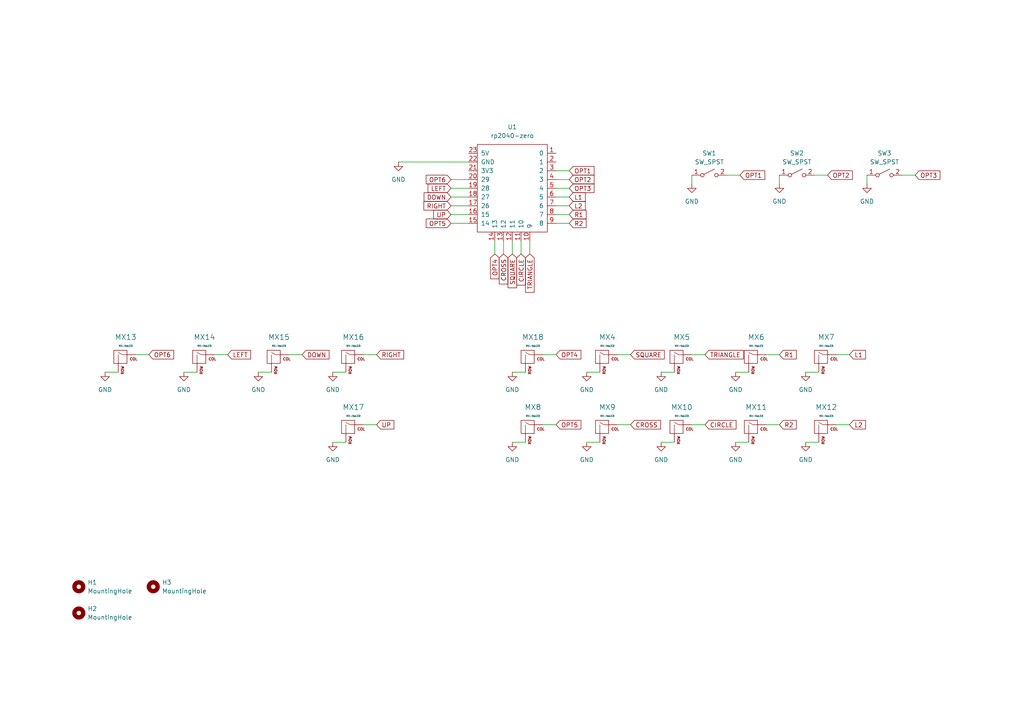
<source format=kicad_sch>
(kicad_sch (version 20230121) (generator eeschema)
  (paper "A4")
  (lib_symbols
    (symbol "MX_Alps_Hybrid:MX-NoLED" (pin_names (offset 1.016))
      (property "Reference" "MX" (at -0.635 3.81 0))
      (property "Value" "MX-NoLED" (at -0.635 1.27 0))
      (symbol "MX-NoLED_0_0"
        (rectangle (start -2.54 2.54) (end 1.27 -1.27))
        (polyline (pts (xy -1.27 -1.27) (xy -1.27 1.27)) (stroke (width 0.127)))
        (polyline (pts (xy 1.27 1.27) (xy 0 1.27) (xy -1.27 1.905)) (stroke (width 0.127)))
        (text "COL" (at 3.175 0 0) (effects (font (size 0.762 0.762))))
        (text "ROW" (at 0 -1.905 900) (effects (font (size 0.762 0.762)) (justify right)))
      )
      (symbol "MX-NoLED_1_1"
        (pin passive line (at 3.81 1.27 180) (length 2.54) (name "COL") (number "1"))
        (pin passive line (at -1.27 -3.81 90) (length 2.54) (name "ROW") (number "2"))
      )
    )
    (symbol "Mechanical:MountingHole" (pin_names (offset 1.016))
      (property "Reference" "H" (at 0 5.08 0))
      (property "Value" "MountingHole" (at 0 3.175 0))
      (symbol "MountingHole_0_1"
        (circle (center 0 0) (radius 1.27) (stroke (width 1.27)))
      )
    )
    (symbol "Switch:SW_SPST" (pin_names (offset 0) hide)
      (property "Reference" "SW" (at 0 3.175 0))
      (property "Value" "SW_SPST" (at 0 -2.54 0))
      (symbol "SW_SPST_0_0"
        (circle (center -2.032 0) (radius 0.508))
        (polyline (pts (xy -1.524 0.254) (xy 1.524 1.778)))
        (circle (center 2.032 0) (radius 0.508))
      )
      (symbol "SW_SPST_1_1"
        (pin passive line (at -5.08 0 0) (length 2.54) (name "A") (number "1"))
        (pin passive line (at 5.08 0 180) (length 2.54) (name "B") (number "2"))
      )
    )
    (symbol "mcu:rp2040-zero" (pin_names (offset 1.016))
      (property "Reference" "U" (at 0 15.24 0))
      (property "Value" "rp2040-zero" (at 0 12.7 0))
      (symbol "rp2040-zero_0_1"
        (rectangle (start -10.16 11.43) (end 10.16 -13.97))
      )
      (symbol "rp2040-zero_1_1"
        (pin bidirectional line (at 12.7 8.89 180) (length 2.54) (name "0") (number "1"))
        (pin bidirectional line (at 5.08 -16.51 90) (length 2.54) (name "9") (number "10"))
        (pin bidirectional line (at 2.54 -16.51 90) (length 2.54) (name "10") (number "11"))
        (pin bidirectional line (at 0 -16.51 90) (length 2.54) (name "11") (number "12"))
        (pin bidirectional line (at -2.54 -16.51 90) (length 2.54) (name "12") (number "13"))
        (pin bidirectional line (at -5.08 -16.51 90) (length 2.54) (name "13") (number "14"))
        (pin bidirectional line (at -12.7 -11.43 0) (length 2.54) (name "14") (number "15"))
        (pin bidirectional line (at -12.7 -8.89 0) (length 2.54) (name "15") (number "16"))
        (pin bidirectional line (at -12.7 -6.35 0) (length 2.54) (name "26") (number "17"))
        (pin bidirectional line (at -12.7 -3.81 0) (length 2.54) (name "27") (number "18"))
        (pin bidirectional line (at -12.7 -1.27 0) (length 2.54) (name "28") (number "19"))
        (pin bidirectional line (at 12.7 6.35 180) (length 2.54) (name "1") (number "2"))
        (pin bidirectional line (at -12.7 1.27 0) (length 2.54) (name "29") (number "20"))
        (pin power_out line (at -12.7 3.81 0) (length 2.54) (name "3V3") (number "21"))
        (pin power_out line (at -12.7 6.35 0) (length 2.54) (name "GND") (number "22"))
        (pin power_out line (at -12.7 8.89 0) (length 2.54) (name "5V") (number "23"))
        (pin bidirectional line (at 12.7 3.81 180) (length 2.54) (name "2") (number "3"))
        (pin bidirectional line (at 12.7 1.27 180) (length 2.54) (name "3") (number "4"))
        (pin bidirectional line (at 12.7 -1.27 180) (length 2.54) (name "4") (number "5"))
        (pin bidirectional line (at 12.7 -3.81 180) (length 2.54) (name "5") (number "6"))
        (pin bidirectional line (at 12.7 -6.35 180) (length 2.54) (name "6") (number "7"))
        (pin bidirectional line (at 12.7 -8.89 180) (length 2.54) (name "7") (number "8"))
        (pin bidirectional line (at 12.7 -11.43 180) (length 2.54) (name "8") (number "9"))
      )
    )
    (symbol "power:GND" (power) (pin_names (offset 0))
      (property "Value" "GND" (at 0 -3.81 0))
      (symbol "GND_0_1"
        (polyline (pts (xy 0 0) (xy 0 -1.27) (xy 1.27 -1.27) (xy 0 -2.54) (xy -1.27 -1.27) (xy 0 -1.27)))
      )
      (symbol "GND_1_1"
        (pin power_in line (at 0 0 270) (length 0) hide (name "GND") (number "1"))
      )
    )
  )
  (wire (pts (xy 130.81 64.77) (xy 135.89 64.77)))
  (wire (pts (xy 74.93 107.95) (xy 78.74 107.95)))
  (wire (pts (xy 161.29 64.77) (xy 165.1 64.77)))
  (wire (pts (xy 261.62 50.8) (xy 265.43 50.8)))
  (wire (pts (xy 161.29 62.23) (xy 165.1 62.23)))
  (wire (pts (xy 170.18 128.27) (xy 173.99 128.27)))
  (wire (pts (xy 226.06 50.8) (xy 226.06 53.34)))
  (wire (pts (xy 146.05 69.85) (xy 146.05 73.66)))
  (wire (pts (xy 200.66 123.19) (xy 204.47 123.19)))
  (wire (pts (xy 130.81 54.61) (xy 135.89 54.61)))
  (wire (pts (xy 161.29 52.07) (xy 165.1 52.07)))
  (wire (pts (xy 105.41 123.19) (xy 109.22 123.19)))
  (wire (pts (xy 96.52 107.95) (xy 100.33 107.95)))
  (wire (pts (xy 213.36 107.95) (xy 217.17 107.95)))
  (wire (pts (xy 96.52 128.27) (xy 100.33 128.27)))
  (wire (pts (xy 148.59 69.85) (xy 148.59 73.66)))
  (wire (pts (xy 143.51 69.85) (xy 143.51 73.66)))
  (wire (pts (xy 130.81 59.69) (xy 135.89 59.69)))
  (wire (pts (xy 242.57 123.19) (xy 246.38 123.19)))
  (wire (pts (xy 83.82 102.87) (xy 87.63 102.87)))
  (wire (pts (xy 233.68 128.27) (xy 237.49 128.27)))
  (wire (pts (xy 161.29 54.61) (xy 165.1 54.61)))
  (wire (pts (xy 153.67 69.85) (xy 153.67 73.66)))
  (wire (pts (xy 130.81 52.07) (xy 135.89 52.07)))
  (wire (pts (xy 130.81 62.23) (xy 135.89 62.23)))
  (wire (pts (xy 115.57 46.99) (xy 135.89 46.99)))
  (wire (pts (xy 236.22 50.8) (xy 240.03 50.8)))
  (wire (pts (xy 157.48 123.19) (xy 161.29 123.19)))
  (wire (pts (xy 39.37 102.87) (xy 43.18 102.87)))
  (wire (pts (xy 179.07 123.19) (xy 182.88 123.19)))
  (wire (pts (xy 222.25 102.87) (xy 226.06 102.87)))
  (wire (pts (xy 233.68 107.95) (xy 237.49 107.95)))
  (wire (pts (xy 191.77 107.95) (xy 195.58 107.95)))
  (wire (pts (xy 161.29 57.15) (xy 165.1 57.15)))
  (wire (pts (xy 157.48 102.87) (xy 161.29 102.87)))
  (wire (pts (xy 148.59 128.27) (xy 152.4 128.27)))
  (wire (pts (xy 53.34 107.95) (xy 57.15 107.95)))
  (wire (pts (xy 161.29 49.53) (xy 165.1 49.53)))
  (wire (pts (xy 200.66 50.8) (xy 200.66 53.34)))
  (wire (pts (xy 222.25 123.19) (xy 226.06 123.19)))
  (wire (pts (xy 251.46 50.8) (xy 251.46 53.34)))
  (wire (pts (xy 210.82 50.8) (xy 214.63 50.8)))
  (wire (pts (xy 30.48 107.95) (xy 34.29 107.95)))
  (wire (pts (xy 213.36 128.27) (xy 217.17 128.27)))
  (wire (pts (xy 179.07 102.87) (xy 182.88 102.87)))
  (wire (pts (xy 161.29 59.69) (xy 165.1 59.69)))
  (wire (pts (xy 130.81 57.15) (xy 135.89 57.15)))
  (wire (pts (xy 242.57 102.87) (xy 246.38 102.87)))
  (wire (pts (xy 200.66 102.87) (xy 204.47 102.87)))
  (wire (pts (xy 151.13 69.85) (xy 151.13 73.66)))
  (wire (pts (xy 170.18 107.95) (xy 173.99 107.95)))
  (wire (pts (xy 191.77 128.27) (xy 195.58 128.27)))
  (wire (pts (xy 105.41 102.87) (xy 109.22 102.87)))
  (wire (pts (xy 62.23 102.87) (xy 66.04 102.87)))
  (wire (pts (xy 148.59 107.95) (xy 152.4 107.95)))
  (global_label "CIRCLE" (shape input) (at 151.13 73.66 270) (property "Intersheetrefs" "${INTERSHEET_REFS}" (effects hide)))
  (global_label "L1" (shape input) (at 246.38 102.87 0) (property "Intersheetrefs" "${INTERSHEET_REFS}" (effects hide)))
  (global_label "OPT3" (shape input) (at 265.43 50.8 0) (property "Intersheetrefs" "${INTERSHEET_REFS}" (effects hide)))
  (global_label "R1" (shape input) (at 226.06 102.87 0) (property "Intersheetrefs" "${INTERSHEET_REFS}" (effects hide)))
  (global_label "SQUARE" (shape input) (at 148.59 73.66 270) (property "Intersheetrefs" "${INTERSHEET_REFS}" (effects hide)))
  (global_label "RIGHT" (shape input) (at 109.22 102.87 0) (property "Intersheetrefs" "${INTERSHEET_REFS}" (effects hide)))
  (global_label "R2" (shape input) (at 226.06 123.19 0) (property "Intersheetrefs" "${INTERSHEET_REFS}" (effects hide)))
  (global_label "CROSS" (shape input) (at 182.88 123.19 0) (property "Intersheetrefs" "${INTERSHEET_REFS}" (effects hide)))
  (global_label "OPT2" (shape input) (at 165.1 52.07 0) (property "Intersheetrefs" "${INTERSHEET_REFS}" (effects hide)))
  (global_label "OPT1" (shape input) (at 165.1 49.53 0) (property "Intersheetrefs" "${INTERSHEET_REFS}" (effects hide)))
  (global_label "L2" (shape input) (at 246.38 123.19 0) (property "Intersheetrefs" "${INTERSHEET_REFS}" (effects hide)))
  (global_label "OPT4" (shape input) (at 143.51 73.66 270) (property "Intersheetrefs" "${INTERSHEET_REFS}" (effects hide)))
  (global_label "OPT4" (shape input) (at 161.29 102.87 0) (property "Intersheetrefs" "${INTERSHEET_REFS}" (effects hide)))
  (global_label "OPT2" (shape input) (at 240.03 50.8 0) (property "Intersheetrefs" "${INTERSHEET_REFS}" (effects hide)))
  (global_label "LEFT" (shape input) (at 130.81 54.61 180) (property "Intersheetrefs" "${INTERSHEET_REFS}" (effects hide)))
  (global_label "OPT3" (shape input) (at 165.1 54.61 0) (property "Intersheetrefs" "${INTERSHEET_REFS}" (effects hide)))
  (global_label "SQUARE" (shape input) (at 182.88 102.87 0) (property "Intersheetrefs" "${INTERSHEET_REFS}" (effects hide)))
  (global_label "DOWN" (shape input) (at 130.81 57.15 180) (property "Intersheetrefs" "${INTERSHEET_REFS}" (effects hide)))
  (global_label "OPT1" (shape input) (at 214.63 50.8 0) (property "Intersheetrefs" "${INTERSHEET_REFS}" (effects hide)))
  (global_label "L1" (shape input) (at 165.1 57.15 0) (property "Intersheetrefs" "${INTERSHEET_REFS}" (effects hide)))
  (global_label "OPT6" (shape input) (at 130.81 52.07 180) (property "Intersheetrefs" "${INTERSHEET_REFS}" (effects hide)))
  (global_label "UP" (shape input) (at 130.81 62.23 180) (property "Intersheetrefs" "${INTERSHEET_REFS}" (effects hide)))
  (global_label "DOWN" (shape input) (at 87.63 102.87 0) (property "Intersheetrefs" "${INTERSHEET_REFS}" (effects hide)))
  (global_label "OPT5" (shape input) (at 130.81 64.77 180) (property "Intersheetrefs" "${INTERSHEET_REFS}" (effects hide)))
  (global_label "TRIANGLE" (shape input) (at 153.67 73.66 270) (property "Intersheetrefs" "${INTERSHEET_REFS}" (effects hide)))
  (global_label "UP" (shape input) (at 109.22 123.19 0) (property "Intersheetrefs" "${INTERSHEET_REFS}" (effects hide)))
  (global_label "TRIANGLE" (shape input) (at 204.47 102.87 0) (property "Intersheetrefs" "${INTERSHEET_REFS}" (effects hide)))
  (global_label "OPT6" (shape input) (at 43.18 102.87 0) (property "Intersheetrefs" "${INTERSHEET_REFS}" (effects hide)))
  (global_label "RIGHT" (shape input) (at 130.81 59.69 180) (property "Intersheetrefs" "${INTERSHEET_REFS}" (effects hide)))
  (global_label "CIRCLE" (shape input) (at 204.47 123.19 0) (property "Intersheetrefs" "${INTERSHEET_REFS}" (effects hide)))
  (global_label "R2" (shape input) (at 165.1 64.77 0) (property "Intersheetrefs" "${INTERSHEET_REFS}" (effects hide)))
  (global_label "R1" (shape input) (at 165.1 62.23 0) (property "Intersheetrefs" "${INTERSHEET_REFS}" (effects hide)))
  (global_label "LEFT" (shape input) (at 66.04 102.87 0) (property "Intersheetrefs" "${INTERSHEET_REFS}" (effects hide)))
  (global_label "OPT5" (shape input) (at 161.29 123.19 0) (property "Intersheetrefs" "${INTERSHEET_REFS}" (effects hide)))
  (global_label "L2" (shape input) (at 165.1 59.69 0) (property "Intersheetrefs" "${INTERSHEET_REFS}" (effects hide)))
  (global_label "CROSS" (shape input) (at 146.05 73.66 270) (property "Intersheetrefs" "${INTERSHEET_REFS}" (effects hide)))
  (symbol (lib_id "power:GND") (at 115.57 46.99 0) (unit 1)
    (property "Reference" "#PWR01" (effects hide))
    (property "Value" "GND" (at 115.57 52.07 0))
  )
  (symbol (lib_id "Mechanical:MountingHole") (at 22.86 177.8 0) (unit 1)
    (property "Reference" "H2" (at 25.4 176.53 0) (effects (justify left)))
    (property "Value" "MountingHole" (at 25.4 179.07 0) (effects (justify left)))
    (property "Footprint" "MountingHole:MountingHole_6.5mm" (effects hide))
  )
  (symbol (lib_id "power:GND") (at 233.68 128.27 0) (unit 1)
    (property "Reference" "#PWR013" (effects hide))
    (property "Value" "GND" (at 233.68 133.35 0))
  )
  (symbol (lib_id "Switch:SW_SPST") (at 205.74 50.8 0) (unit 1)
    (property "Reference" "SW1" (at 205.74 44.45 0))
    (property "Value" "SW_SPST" (at 205.74 46.99 0))
    (property "Footprint" "Button_Switch_THT:SW_PUSH_6mm_H13mm" (effects hide))
  )
  (symbol (lib_id "MX_Alps_Hybrid:MX-NoLED") (at 35.56 104.14 0) (unit 1)
    (property "Reference" "MX13" (at 36.4552 97.79 0) (effects (font (size 1.524 1.524))))
    (property "Value" "MX-NoLED" (at 36.4552 100.33 0) (effects (font (size 0.508 0.508))))
    (property "Footprint" "MX_Hotswap:MX-Hotswap-1U-24mm" (effects hide))
  )
  (symbol (lib_id "MX_Alps_Hybrid:MX-NoLED") (at 153.67 124.46 0) (unit 1)
    (property "Reference" "MX8" (at 154.5652 118.11 0) (effects (font (size 1.524 1.524))))
    (property "Value" "MX-NoLED" (at 154.5652 120.65 0) (effects (font (size 0.508 0.508))))
    (property "Footprint" "MX_Hotswap:MX-Hotswap-1U-24mm" (effects hide))
  )
  (symbol (lib_id "power:GND") (at 191.77 107.95 0) (unit 1)
    (property "Reference" "#PWR06" (effects hide))
    (property "Value" "GND" (at 191.77 113.03 0))
  )
  (symbol (lib_id "Switch:SW_SPST") (at 231.14 50.8 0) (unit 1)
    (property "Reference" "SW2" (at 231.14 44.45 0))
    (property "Value" "SW_SPST" (at 231.14 46.99 0))
    (property "Footprint" "Button_Switch_THT:SW_PUSH_6mm_H13mm" (effects hide))
  )
  (symbol (lib_id "MX_Alps_Hybrid:MX-NoLED") (at 238.76 104.14 0) (unit 1)
    (property "Reference" "MX7" (at 239.6552 97.79 0) (effects (font (size 1.524 1.524))))
    (property "Value" "MX-NoLED" (at 239.6552 100.33 0) (effects (font (size 0.508 0.508))))
    (property "Footprint" "MX_Hotswap:MX-Hotswap-1U-24mm" (effects hide))
  )
  (symbol (lib_id "power:GND") (at 251.46 53.34 0) (unit 1)
    (property "Reference" "#PWR04" (effects hide))
    (property "Value" "GND" (at 251.46 58.42 0))
  )
  (symbol (lib_id "power:GND") (at 74.93 107.95 0) (unit 1)
    (property "Reference" "#PWR016" (effects hide))
    (property "Value" "GND" (at 74.93 113.03 0))
  )
  (symbol (lib_id "MX_Alps_Hybrid:MX-NoLED") (at 80.01 104.14 0) (unit 1)
    (property "Reference" "MX15" (at 80.9052 97.79 0) (effects (font (size 1.524 1.524))))
    (property "Value" "MX-NoLED" (at 80.9052 100.33 0) (effects (font (size 0.508 0.508))))
    (property "Footprint" "MX_Hotswap:MX-Hotswap-1U-24mm" (effects hide))
  )
  (symbol (lib_id "power:GND") (at 213.36 107.95 0) (unit 1)
    (property "Reference" "#PWR07" (effects hide))
    (property "Value" "GND" (at 213.36 113.03 0))
  )
  (symbol (lib_id "Switch:SW_SPST") (at 256.54 50.8 0) (unit 1)
    (property "Reference" "SW3" (at 256.54 44.45 0))
    (property "Value" "SW_SPST" (at 256.54 46.99 0))
    (property "Footprint" "Button_Switch_THT:SW_PUSH_6mm_H13mm" (effects hide))
  )
  (symbol (lib_id "Mechanical:MountingHole") (at 22.86 170.18 0) (unit 1)
    (property "Reference" "H1" (at 25.4 168.91 0) (effects (justify left)))
    (property "Value" "MountingHole" (at 25.4 171.45 0) (effects (justify left)))
    (property "Footprint" "MountingHole:MountingHole_6.5mm" (effects hide))
  )
  (symbol (lib_id "MX_Alps_Hybrid:MX-NoLED") (at 238.76 124.46 0) (unit 1)
    (property "Reference" "MX12" (at 239.6552 118.11 0) (effects (font (size 1.524 1.524))))
    (property "Value" "MX-NoLED" (at 239.6552 120.65 0) (effects (font (size 0.508 0.508))))
    (property "Footprint" "MX_Hotswap:MX-Hotswap-1U-24mm" (effects hide))
  )
  (symbol (lib_id "Mechanical:MountingHole") (at 44.45 170.18 0) (unit 1)
    (property "Reference" "H3" (at 46.99 168.91 0) (effects (justify left)))
    (property "Value" "MountingHole" (at 46.99 171.45 0) (effects (justify left)))
    (property "Footprint" "MountingHole:MountingHole_6.5mm" (effects hide))
  )
  (symbol (lib_id "power:GND") (at 148.59 128.27 0) (unit 1)
    (property "Reference" "#PWR09" (effects hide))
    (property "Value" "GND" (at 148.59 133.35 0))
  )
  (symbol (lib_id "mcu:rp2040-zero") (at 148.59 53.34 0) (unit 1)
    (property "Reference" "U1" (at 148.59 36.83 0))
    (property "Value" "rp2040-zero" (at 148.59 39.37 0))
    (property "Footprint" "RP2040-Zero:RP2040-Zero" (effects hide))
  )
  (symbol (lib_id "MX_Alps_Hybrid:MX-NoLED") (at 175.26 104.14 0) (unit 1)
    (property "Reference" "MX4" (at 176.1552 97.79 0) (effects (font (size 1.524 1.524))))
    (property "Value" "MX-NoLED" (at 176.1552 100.33 0) (effects (font (size 0.508 0.508))))
    (property "Footprint" "MX_Hotswap:MX-Hotswap-1U-24mm" (effects hide))
  )
  (symbol (lib_id "power:GND") (at 96.52 128.27 0) (unit 1)
    (property "Reference" "#PWR018" (effects hide))
    (property "Value" "GND" (at 96.52 133.35 0))
  )
  (symbol (lib_id "power:GND") (at 233.68 107.95 0) (unit 1)
    (property "Reference" "#PWR08" (effects hide))
    (property "Value" "GND" (at 233.68 113.03 0))
  )
  (symbol (lib_id "MX_Alps_Hybrid:MX-NoLED") (at 196.85 104.14 0) (unit 1)
    (property "Reference" "MX5" (at 197.7452 97.79 0) (effects (font (size 1.524 1.524))))
    (property "Value" "MX-NoLED" (at 197.7452 100.33 0) (effects (font (size 0.508 0.508))))
    (property "Footprint" "MX_Hotswap:MX-Hotswap-1U-24mm" (effects hide))
  )
  (symbol (lib_id "power:GND") (at 53.34 107.95 0) (unit 1)
    (property "Reference" "#PWR015" (effects hide))
    (property "Value" "GND" (at 53.34 113.03 0))
  )
  (symbol (lib_id "power:GND") (at 191.77 128.27 0) (unit 1)
    (property "Reference" "#PWR011" (effects hide))
    (property "Value" "GND" (at 191.77 133.35 0))
  )
  (symbol (lib_id "power:GND") (at 170.18 128.27 0) (unit 1)
    (property "Reference" "#PWR010" (effects hide))
    (property "Value" "GND" (at 170.18 133.35 0))
  )
  (symbol (lib_id "power:GND") (at 148.59 107.95 0) (unit 1)
    (property "Reference" "#PWR019" (effects hide))
    (property "Value" "GND" (at 148.59 113.03 0))
  )
  (symbol (lib_id "power:GND") (at 226.06 53.34 0) (unit 1)
    (property "Reference" "#PWR03" (effects hide))
    (property "Value" "GND" (at 226.06 58.42 0))
  )
  (symbol (lib_id "MX_Alps_Hybrid:MX-NoLED") (at 218.44 104.14 0) (unit 1)
    (property "Reference" "MX6" (at 219.3352 97.79 0) (effects (font (size 1.524 1.524))))
    (property "Value" "MX-NoLED" (at 219.3352 100.33 0) (effects (font (size 0.508 0.508))))
    (property "Footprint" "MX_Hotswap:MX-Hotswap-1U-24mm" (effects hide))
  )
  (symbol (lib_id "MX_Alps_Hybrid:MX-NoLED") (at 153.67 104.14 0) (unit 1)
    (property "Reference" "MX18" (at 154.5652 97.79 0) (effects (font (size 1.524 1.524))))
    (property "Value" "MX-NoLED" (at 154.5652 100.33 0) (effects (font (size 0.508 0.508))))
    (property "Footprint" "MX_Hotswap:MX-Hotswap-1U-24mm" (effects hide))
  )
  (symbol (lib_id "power:GND") (at 200.66 53.34 0) (unit 1)
    (property "Reference" "#PWR02" (effects hide))
    (property "Value" "GND" (at 200.66 58.42 0))
  )
  (symbol (lib_id "power:GND") (at 30.48 107.95 0) (unit 1)
    (property "Reference" "#PWR014" (effects hide))
    (property "Value" "GND" (at 30.48 113.03 0))
  )
  (symbol (lib_id "MX_Alps_Hybrid:MX-NoLED") (at 58.42 104.14 0) (unit 1)
    (property "Reference" "MX14" (at 59.3152 97.79 0) (effects (font (size 1.524 1.524))))
    (property "Value" "MX-NoLED" (at 59.3152 100.33 0) (effects (font (size 0.508 0.508))))
    (property "Footprint" "MX_Hotswap:MX-Hotswap-1U-24mm" (effects hide))
  )
  (symbol (lib_id "MX_Alps_Hybrid:MX-NoLED") (at 101.6 124.46 0) (unit 1)
    (property "Reference" "MX17" (at 102.4952 118.11 0) (effects (font (size 1.524 1.524))))
    (property "Value" "MX-NoLED" (at 102.4952 120.65 0) (effects (font (size 0.508 0.508))))
    (property "Footprint" "MX_Hotswap:MX-Hotswap-1U-30mm" (effects hide))
  )
  (symbol (lib_id "power:GND") (at 170.18 107.95 0) (unit 1)
    (property "Reference" "#PWR05" (effects hide))
    (property "Value" "GND" (at 170.18 113.03 0))
  )
  (symbol (lib_id "power:GND") (at 96.52 107.95 0) (unit 1)
    (property "Reference" "#PWR017" (effects hide))
    (property "Value" "GND" (at 96.52 113.03 0))
  )
  (symbol (lib_id "MX_Alps_Hybrid:MX-NoLED") (at 175.26 124.46 0) (unit 1)
    (property "Reference" "MX9" (at 176.1552 118.11 0) (effects (font (size 1.524 1.524))))
    (property "Value" "MX-NoLED" (at 176.1552 120.65 0) (effects (font (size 0.508 0.508))))
    (property "Footprint" "MX_Hotswap:MX-Hotswap-1U-24mm" (effects hide))
  )
  (symbol (lib_id "MX_Alps_Hybrid:MX-NoLED") (at 101.6 104.14 0) (unit 1)
    (property "Reference" "MX16" (at 102.4952 97.79 0) (effects (font (size 1.524 1.524))))
    (property "Value" "MX-NoLED" (at 102.4952 100.33 0) (effects (font (size 0.508 0.508))))
    (property "Footprint" "MX_Hotswap:MX-Hotswap-1U-24mm" (effects hide))
  )
  (symbol (lib_id "MX_Alps_Hybrid:MX-NoLED") (at 196.85 124.46 0) (unit 1)
    (property "Reference" "MX10" (at 197.7452 118.11 0) (effects (font (size 1.524 1.524))))
    (property "Value" "MX-NoLED" (at 197.7452 120.65 0) (effects (font (size 0.508 0.508))))
    (property "Footprint" "MX_Hotswap:MX-Hotswap-1U-24mm" (effects hide))
  )
  (symbol (lib_id "MX_Alps_Hybrid:MX-NoLED") (at 218.44 124.46 0) (unit 1)
    (property "Reference" "MX11" (at 219.3352 118.11 0) (effects (font (size 1.524 1.524))))
    (property "Value" "MX-NoLED" (at 219.3352 120.65 0) (effects (font (size 0.508 0.508))))
    (property "Footprint" "MX_Hotswap:MX-Hotswap-1U-24mm" (effects hide))
  )
  (symbol (lib_id "power:GND") (at 213.36 128.27 0) (unit 1)
    (property "Reference" "#PWR012" (effects hide))
    (property "Value" "GND" (at 213.36 133.35 0))
  )
)
</source>
